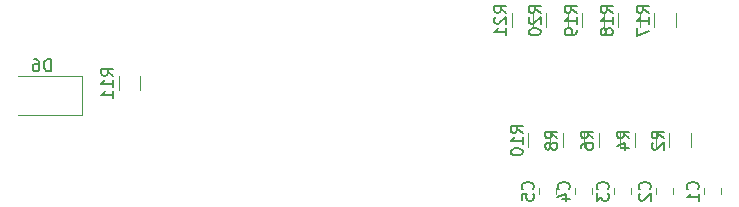
<source format=gbr>
G04 #@! TF.GenerationSoftware,KiCad,Pcbnew,(5.1.6)-1*
G04 #@! TF.CreationDate,2020-11-26T12:39:26+11:00*
G04 #@! TF.ProjectId,HardFault-Interpose-V0,48617264-4661-4756-9c74-2d496e746572,rev?*
G04 #@! TF.SameCoordinates,Original*
G04 #@! TF.FileFunction,Legend,Bot*
G04 #@! TF.FilePolarity,Positive*
%FSLAX46Y46*%
G04 Gerber Fmt 4.6, Leading zero omitted, Abs format (unit mm)*
G04 Created by KiCad (PCBNEW (5.1.6)-1) date 2020-11-26 12:39:26*
%MOMM*%
%LPD*%
G01*
G04 APERTURE LIST*
%ADD10C,0.120000*%
%ADD11C,0.150000*%
G04 APERTURE END LIST*
D10*
X149150000Y-86098748D02*
X149150000Y-86621252D01*
X150570000Y-86098748D02*
X150570000Y-86621252D01*
X145086000Y-86098748D02*
X145086000Y-86621252D01*
X146506000Y-86098748D02*
X146506000Y-86621252D01*
X142950000Y-86098748D02*
X142950000Y-86621252D01*
X141530000Y-86098748D02*
X141530000Y-86621252D01*
X139648000Y-86098748D02*
X139648000Y-86621252D01*
X138228000Y-86098748D02*
X138228000Y-86621252D01*
X136600000Y-86089748D02*
X136600000Y-86612252D01*
X135180000Y-86089748D02*
X135180000Y-86612252D01*
X96459000Y-76582000D02*
X96459000Y-79882000D01*
X96459000Y-79882000D02*
X91059000Y-79882000D01*
X96459000Y-76582000D02*
X91059000Y-76582000D01*
X147976000Y-81439936D02*
X147976000Y-82644064D01*
X146156000Y-81439936D02*
X146156000Y-82644064D01*
X145055000Y-81439936D02*
X145055000Y-82644064D01*
X143235000Y-81439936D02*
X143235000Y-82644064D01*
X142007000Y-81439936D02*
X142007000Y-82644064D01*
X140187000Y-81439936D02*
X140187000Y-82644064D01*
X137139000Y-81439936D02*
X137139000Y-82644064D01*
X138959000Y-81439936D02*
X138959000Y-82644064D01*
X136038000Y-81439936D02*
X136038000Y-82644064D01*
X134218000Y-81439936D02*
X134218000Y-82644064D01*
X99547000Y-76613936D02*
X99547000Y-77818064D01*
X101367000Y-76613936D02*
X101367000Y-77818064D01*
X144886000Y-71279936D02*
X144886000Y-72484064D01*
X146706000Y-71279936D02*
X146706000Y-72484064D01*
X143658000Y-71279936D02*
X143658000Y-72484064D01*
X141838000Y-71279936D02*
X141838000Y-72484064D01*
X138790000Y-71279936D02*
X138790000Y-72484064D01*
X140610000Y-71279936D02*
X140610000Y-72484064D01*
X137562000Y-71279936D02*
X137562000Y-72484064D01*
X135742000Y-71279936D02*
X135742000Y-72484064D01*
X132821000Y-71279936D02*
X132821000Y-72484064D01*
X134641000Y-71279936D02*
X134641000Y-72484064D01*
D11*
X148567142Y-86193333D02*
X148614761Y-86145714D01*
X148662380Y-86002857D01*
X148662380Y-85907619D01*
X148614761Y-85764761D01*
X148519523Y-85669523D01*
X148424285Y-85621904D01*
X148233809Y-85574285D01*
X148090952Y-85574285D01*
X147900476Y-85621904D01*
X147805238Y-85669523D01*
X147710000Y-85764761D01*
X147662380Y-85907619D01*
X147662380Y-86002857D01*
X147710000Y-86145714D01*
X147757619Y-86193333D01*
X148662380Y-87145714D02*
X148662380Y-86574285D01*
X148662380Y-86860000D02*
X147662380Y-86860000D01*
X147805238Y-86764761D01*
X147900476Y-86669523D01*
X147948095Y-86574285D01*
X144503142Y-86193333D02*
X144550761Y-86145714D01*
X144598380Y-86002857D01*
X144598380Y-85907619D01*
X144550761Y-85764761D01*
X144455523Y-85669523D01*
X144360285Y-85621904D01*
X144169809Y-85574285D01*
X144026952Y-85574285D01*
X143836476Y-85621904D01*
X143741238Y-85669523D01*
X143646000Y-85764761D01*
X143598380Y-85907619D01*
X143598380Y-86002857D01*
X143646000Y-86145714D01*
X143693619Y-86193333D01*
X143693619Y-86574285D02*
X143646000Y-86621904D01*
X143598380Y-86717142D01*
X143598380Y-86955238D01*
X143646000Y-87050476D01*
X143693619Y-87098095D01*
X143788857Y-87145714D01*
X143884095Y-87145714D01*
X144026952Y-87098095D01*
X144598380Y-86526666D01*
X144598380Y-87145714D01*
X140947142Y-86193333D02*
X140994761Y-86145714D01*
X141042380Y-86002857D01*
X141042380Y-85907619D01*
X140994761Y-85764761D01*
X140899523Y-85669523D01*
X140804285Y-85621904D01*
X140613809Y-85574285D01*
X140470952Y-85574285D01*
X140280476Y-85621904D01*
X140185238Y-85669523D01*
X140090000Y-85764761D01*
X140042380Y-85907619D01*
X140042380Y-86002857D01*
X140090000Y-86145714D01*
X140137619Y-86193333D01*
X140042380Y-86526666D02*
X140042380Y-87145714D01*
X140423333Y-86812380D01*
X140423333Y-86955238D01*
X140470952Y-87050476D01*
X140518571Y-87098095D01*
X140613809Y-87145714D01*
X140851904Y-87145714D01*
X140947142Y-87098095D01*
X140994761Y-87050476D01*
X141042380Y-86955238D01*
X141042380Y-86669523D01*
X140994761Y-86574285D01*
X140947142Y-86526666D01*
X137645142Y-86193333D02*
X137692761Y-86145714D01*
X137740380Y-86002857D01*
X137740380Y-85907619D01*
X137692761Y-85764761D01*
X137597523Y-85669523D01*
X137502285Y-85621904D01*
X137311809Y-85574285D01*
X137168952Y-85574285D01*
X136978476Y-85621904D01*
X136883238Y-85669523D01*
X136788000Y-85764761D01*
X136740380Y-85907619D01*
X136740380Y-86002857D01*
X136788000Y-86145714D01*
X136835619Y-86193333D01*
X137073714Y-87050476D02*
X137740380Y-87050476D01*
X136692761Y-86812380D02*
X137407047Y-86574285D01*
X137407047Y-87193333D01*
X134597142Y-86184333D02*
X134644761Y-86136714D01*
X134692380Y-85993857D01*
X134692380Y-85898619D01*
X134644761Y-85755761D01*
X134549523Y-85660523D01*
X134454285Y-85612904D01*
X134263809Y-85565285D01*
X134120952Y-85565285D01*
X133930476Y-85612904D01*
X133835238Y-85660523D01*
X133740000Y-85755761D01*
X133692380Y-85898619D01*
X133692380Y-85993857D01*
X133740000Y-86136714D01*
X133787619Y-86184333D01*
X133692380Y-87089095D02*
X133692380Y-86612904D01*
X134168571Y-86565285D01*
X134120952Y-86612904D01*
X134073333Y-86708142D01*
X134073333Y-86946238D01*
X134120952Y-87041476D01*
X134168571Y-87089095D01*
X134263809Y-87136714D01*
X134501904Y-87136714D01*
X134597142Y-87089095D01*
X134644761Y-87041476D01*
X134692380Y-86946238D01*
X134692380Y-86708142D01*
X134644761Y-86612904D01*
X134597142Y-86565285D01*
X93797095Y-76184380D02*
X93797095Y-75184380D01*
X93559000Y-75184380D01*
X93416142Y-75232000D01*
X93320904Y-75327238D01*
X93273285Y-75422476D01*
X93225666Y-75612952D01*
X93225666Y-75755809D01*
X93273285Y-75946285D01*
X93320904Y-76041523D01*
X93416142Y-76136761D01*
X93559000Y-76184380D01*
X93797095Y-76184380D01*
X92368523Y-75184380D02*
X92559000Y-75184380D01*
X92654238Y-75232000D01*
X92701857Y-75279619D01*
X92797095Y-75422476D01*
X92844714Y-75612952D01*
X92844714Y-75993904D01*
X92797095Y-76089142D01*
X92749476Y-76136761D01*
X92654238Y-76184380D01*
X92463761Y-76184380D01*
X92368523Y-76136761D01*
X92320904Y-76089142D01*
X92273285Y-75993904D01*
X92273285Y-75755809D01*
X92320904Y-75660571D01*
X92368523Y-75612952D01*
X92463761Y-75565333D01*
X92654238Y-75565333D01*
X92749476Y-75612952D01*
X92797095Y-75660571D01*
X92844714Y-75755809D01*
X145698380Y-81875333D02*
X145222190Y-81542000D01*
X145698380Y-81303904D02*
X144698380Y-81303904D01*
X144698380Y-81684857D01*
X144746000Y-81780095D01*
X144793619Y-81827714D01*
X144888857Y-81875333D01*
X145031714Y-81875333D01*
X145126952Y-81827714D01*
X145174571Y-81780095D01*
X145222190Y-81684857D01*
X145222190Y-81303904D01*
X144793619Y-82256285D02*
X144746000Y-82303904D01*
X144698380Y-82399142D01*
X144698380Y-82637238D01*
X144746000Y-82732476D01*
X144793619Y-82780095D01*
X144888857Y-82827714D01*
X144984095Y-82827714D01*
X145126952Y-82780095D01*
X145698380Y-82208666D01*
X145698380Y-82827714D01*
X142777380Y-81875333D02*
X142301190Y-81542000D01*
X142777380Y-81303904D02*
X141777380Y-81303904D01*
X141777380Y-81684857D01*
X141825000Y-81780095D01*
X141872619Y-81827714D01*
X141967857Y-81875333D01*
X142110714Y-81875333D01*
X142205952Y-81827714D01*
X142253571Y-81780095D01*
X142301190Y-81684857D01*
X142301190Y-81303904D01*
X142110714Y-82732476D02*
X142777380Y-82732476D01*
X141729761Y-82494380D02*
X142444047Y-82256285D01*
X142444047Y-82875333D01*
X139729380Y-81875333D02*
X139253190Y-81542000D01*
X139729380Y-81303904D02*
X138729380Y-81303904D01*
X138729380Y-81684857D01*
X138777000Y-81780095D01*
X138824619Y-81827714D01*
X138919857Y-81875333D01*
X139062714Y-81875333D01*
X139157952Y-81827714D01*
X139205571Y-81780095D01*
X139253190Y-81684857D01*
X139253190Y-81303904D01*
X138729380Y-82732476D02*
X138729380Y-82542000D01*
X138777000Y-82446761D01*
X138824619Y-82399142D01*
X138967476Y-82303904D01*
X139157952Y-82256285D01*
X139538904Y-82256285D01*
X139634142Y-82303904D01*
X139681761Y-82351523D01*
X139729380Y-82446761D01*
X139729380Y-82637238D01*
X139681761Y-82732476D01*
X139634142Y-82780095D01*
X139538904Y-82827714D01*
X139300809Y-82827714D01*
X139205571Y-82780095D01*
X139157952Y-82732476D01*
X139110333Y-82637238D01*
X139110333Y-82446761D01*
X139157952Y-82351523D01*
X139205571Y-82303904D01*
X139300809Y-82256285D01*
X136681380Y-81875333D02*
X136205190Y-81542000D01*
X136681380Y-81303904D02*
X135681380Y-81303904D01*
X135681380Y-81684857D01*
X135729000Y-81780095D01*
X135776619Y-81827714D01*
X135871857Y-81875333D01*
X136014714Y-81875333D01*
X136109952Y-81827714D01*
X136157571Y-81780095D01*
X136205190Y-81684857D01*
X136205190Y-81303904D01*
X136109952Y-82446761D02*
X136062333Y-82351523D01*
X136014714Y-82303904D01*
X135919476Y-82256285D01*
X135871857Y-82256285D01*
X135776619Y-82303904D01*
X135729000Y-82351523D01*
X135681380Y-82446761D01*
X135681380Y-82637238D01*
X135729000Y-82732476D01*
X135776619Y-82780095D01*
X135871857Y-82827714D01*
X135919476Y-82827714D01*
X136014714Y-82780095D01*
X136062333Y-82732476D01*
X136109952Y-82637238D01*
X136109952Y-82446761D01*
X136157571Y-82351523D01*
X136205190Y-82303904D01*
X136300428Y-82256285D01*
X136490904Y-82256285D01*
X136586142Y-82303904D01*
X136633761Y-82351523D01*
X136681380Y-82446761D01*
X136681380Y-82637238D01*
X136633761Y-82732476D01*
X136586142Y-82780095D01*
X136490904Y-82827714D01*
X136300428Y-82827714D01*
X136205190Y-82780095D01*
X136157571Y-82732476D01*
X136109952Y-82637238D01*
X133760380Y-81399142D02*
X133284190Y-81065809D01*
X133760380Y-80827714D02*
X132760380Y-80827714D01*
X132760380Y-81208666D01*
X132808000Y-81303904D01*
X132855619Y-81351523D01*
X132950857Y-81399142D01*
X133093714Y-81399142D01*
X133188952Y-81351523D01*
X133236571Y-81303904D01*
X133284190Y-81208666D01*
X133284190Y-80827714D01*
X133760380Y-82351523D02*
X133760380Y-81780095D01*
X133760380Y-82065809D02*
X132760380Y-82065809D01*
X132903238Y-81970571D01*
X132998476Y-81875333D01*
X133046095Y-81780095D01*
X132760380Y-82970571D02*
X132760380Y-83065809D01*
X132808000Y-83161047D01*
X132855619Y-83208666D01*
X132950857Y-83256285D01*
X133141333Y-83303904D01*
X133379428Y-83303904D01*
X133569904Y-83256285D01*
X133665142Y-83208666D01*
X133712761Y-83161047D01*
X133760380Y-83065809D01*
X133760380Y-82970571D01*
X133712761Y-82875333D01*
X133665142Y-82827714D01*
X133569904Y-82780095D01*
X133379428Y-82732476D01*
X133141333Y-82732476D01*
X132950857Y-82780095D01*
X132855619Y-82827714D01*
X132808000Y-82875333D01*
X132760380Y-82970571D01*
X99089380Y-76573142D02*
X98613190Y-76239809D01*
X99089380Y-76001714D02*
X98089380Y-76001714D01*
X98089380Y-76382666D01*
X98137000Y-76477904D01*
X98184619Y-76525523D01*
X98279857Y-76573142D01*
X98422714Y-76573142D01*
X98517952Y-76525523D01*
X98565571Y-76477904D01*
X98613190Y-76382666D01*
X98613190Y-76001714D01*
X99089380Y-77525523D02*
X99089380Y-76954095D01*
X99089380Y-77239809D02*
X98089380Y-77239809D01*
X98232238Y-77144571D01*
X98327476Y-77049333D01*
X98375095Y-76954095D01*
X99089380Y-78477904D02*
X99089380Y-77906476D01*
X99089380Y-78192190D02*
X98089380Y-78192190D01*
X98232238Y-78096952D01*
X98327476Y-78001714D01*
X98375095Y-77906476D01*
X144428380Y-71239142D02*
X143952190Y-70905809D01*
X144428380Y-70667714D02*
X143428380Y-70667714D01*
X143428380Y-71048666D01*
X143476000Y-71143904D01*
X143523619Y-71191523D01*
X143618857Y-71239142D01*
X143761714Y-71239142D01*
X143856952Y-71191523D01*
X143904571Y-71143904D01*
X143952190Y-71048666D01*
X143952190Y-70667714D01*
X144428380Y-72191523D02*
X144428380Y-71620095D01*
X144428380Y-71905809D02*
X143428380Y-71905809D01*
X143571238Y-71810571D01*
X143666476Y-71715333D01*
X143714095Y-71620095D01*
X143428380Y-72524857D02*
X143428380Y-73191523D01*
X144428380Y-72762952D01*
X141380380Y-71239142D02*
X140904190Y-70905809D01*
X141380380Y-70667714D02*
X140380380Y-70667714D01*
X140380380Y-71048666D01*
X140428000Y-71143904D01*
X140475619Y-71191523D01*
X140570857Y-71239142D01*
X140713714Y-71239142D01*
X140808952Y-71191523D01*
X140856571Y-71143904D01*
X140904190Y-71048666D01*
X140904190Y-70667714D01*
X141380380Y-72191523D02*
X141380380Y-71620095D01*
X141380380Y-71905809D02*
X140380380Y-71905809D01*
X140523238Y-71810571D01*
X140618476Y-71715333D01*
X140666095Y-71620095D01*
X140808952Y-72762952D02*
X140761333Y-72667714D01*
X140713714Y-72620095D01*
X140618476Y-72572476D01*
X140570857Y-72572476D01*
X140475619Y-72620095D01*
X140428000Y-72667714D01*
X140380380Y-72762952D01*
X140380380Y-72953428D01*
X140428000Y-73048666D01*
X140475619Y-73096285D01*
X140570857Y-73143904D01*
X140618476Y-73143904D01*
X140713714Y-73096285D01*
X140761333Y-73048666D01*
X140808952Y-72953428D01*
X140808952Y-72762952D01*
X140856571Y-72667714D01*
X140904190Y-72620095D01*
X140999428Y-72572476D01*
X141189904Y-72572476D01*
X141285142Y-72620095D01*
X141332761Y-72667714D01*
X141380380Y-72762952D01*
X141380380Y-72953428D01*
X141332761Y-73048666D01*
X141285142Y-73096285D01*
X141189904Y-73143904D01*
X140999428Y-73143904D01*
X140904190Y-73096285D01*
X140856571Y-73048666D01*
X140808952Y-72953428D01*
X138332380Y-71239142D02*
X137856190Y-70905809D01*
X138332380Y-70667714D02*
X137332380Y-70667714D01*
X137332380Y-71048666D01*
X137380000Y-71143904D01*
X137427619Y-71191523D01*
X137522857Y-71239142D01*
X137665714Y-71239142D01*
X137760952Y-71191523D01*
X137808571Y-71143904D01*
X137856190Y-71048666D01*
X137856190Y-70667714D01*
X138332380Y-72191523D02*
X138332380Y-71620095D01*
X138332380Y-71905809D02*
X137332380Y-71905809D01*
X137475238Y-71810571D01*
X137570476Y-71715333D01*
X137618095Y-71620095D01*
X138332380Y-72667714D02*
X138332380Y-72858190D01*
X138284761Y-72953428D01*
X138237142Y-73001047D01*
X138094285Y-73096285D01*
X137903809Y-73143904D01*
X137522857Y-73143904D01*
X137427619Y-73096285D01*
X137380000Y-73048666D01*
X137332380Y-72953428D01*
X137332380Y-72762952D01*
X137380000Y-72667714D01*
X137427619Y-72620095D01*
X137522857Y-72572476D01*
X137760952Y-72572476D01*
X137856190Y-72620095D01*
X137903809Y-72667714D01*
X137951428Y-72762952D01*
X137951428Y-72953428D01*
X137903809Y-73048666D01*
X137856190Y-73096285D01*
X137760952Y-73143904D01*
X135284380Y-71239142D02*
X134808190Y-70905809D01*
X135284380Y-70667714D02*
X134284380Y-70667714D01*
X134284380Y-71048666D01*
X134332000Y-71143904D01*
X134379619Y-71191523D01*
X134474857Y-71239142D01*
X134617714Y-71239142D01*
X134712952Y-71191523D01*
X134760571Y-71143904D01*
X134808190Y-71048666D01*
X134808190Y-70667714D01*
X134379619Y-71620095D02*
X134332000Y-71667714D01*
X134284380Y-71762952D01*
X134284380Y-72001047D01*
X134332000Y-72096285D01*
X134379619Y-72143904D01*
X134474857Y-72191523D01*
X134570095Y-72191523D01*
X134712952Y-72143904D01*
X135284380Y-71572476D01*
X135284380Y-72191523D01*
X134284380Y-72810571D02*
X134284380Y-72905809D01*
X134332000Y-73001047D01*
X134379619Y-73048666D01*
X134474857Y-73096285D01*
X134665333Y-73143904D01*
X134903428Y-73143904D01*
X135093904Y-73096285D01*
X135189142Y-73048666D01*
X135236761Y-73001047D01*
X135284380Y-72905809D01*
X135284380Y-72810571D01*
X135236761Y-72715333D01*
X135189142Y-72667714D01*
X135093904Y-72620095D01*
X134903428Y-72572476D01*
X134665333Y-72572476D01*
X134474857Y-72620095D01*
X134379619Y-72667714D01*
X134332000Y-72715333D01*
X134284380Y-72810571D01*
X132363380Y-71239142D02*
X131887190Y-70905809D01*
X132363380Y-70667714D02*
X131363380Y-70667714D01*
X131363380Y-71048666D01*
X131411000Y-71143904D01*
X131458619Y-71191523D01*
X131553857Y-71239142D01*
X131696714Y-71239142D01*
X131791952Y-71191523D01*
X131839571Y-71143904D01*
X131887190Y-71048666D01*
X131887190Y-70667714D01*
X131458619Y-71620095D02*
X131411000Y-71667714D01*
X131363380Y-71762952D01*
X131363380Y-72001047D01*
X131411000Y-72096285D01*
X131458619Y-72143904D01*
X131553857Y-72191523D01*
X131649095Y-72191523D01*
X131791952Y-72143904D01*
X132363380Y-71572476D01*
X132363380Y-72191523D01*
X132363380Y-73143904D02*
X132363380Y-72572476D01*
X132363380Y-72858190D02*
X131363380Y-72858190D01*
X131506238Y-72762952D01*
X131601476Y-72667714D01*
X131649095Y-72572476D01*
M02*

</source>
